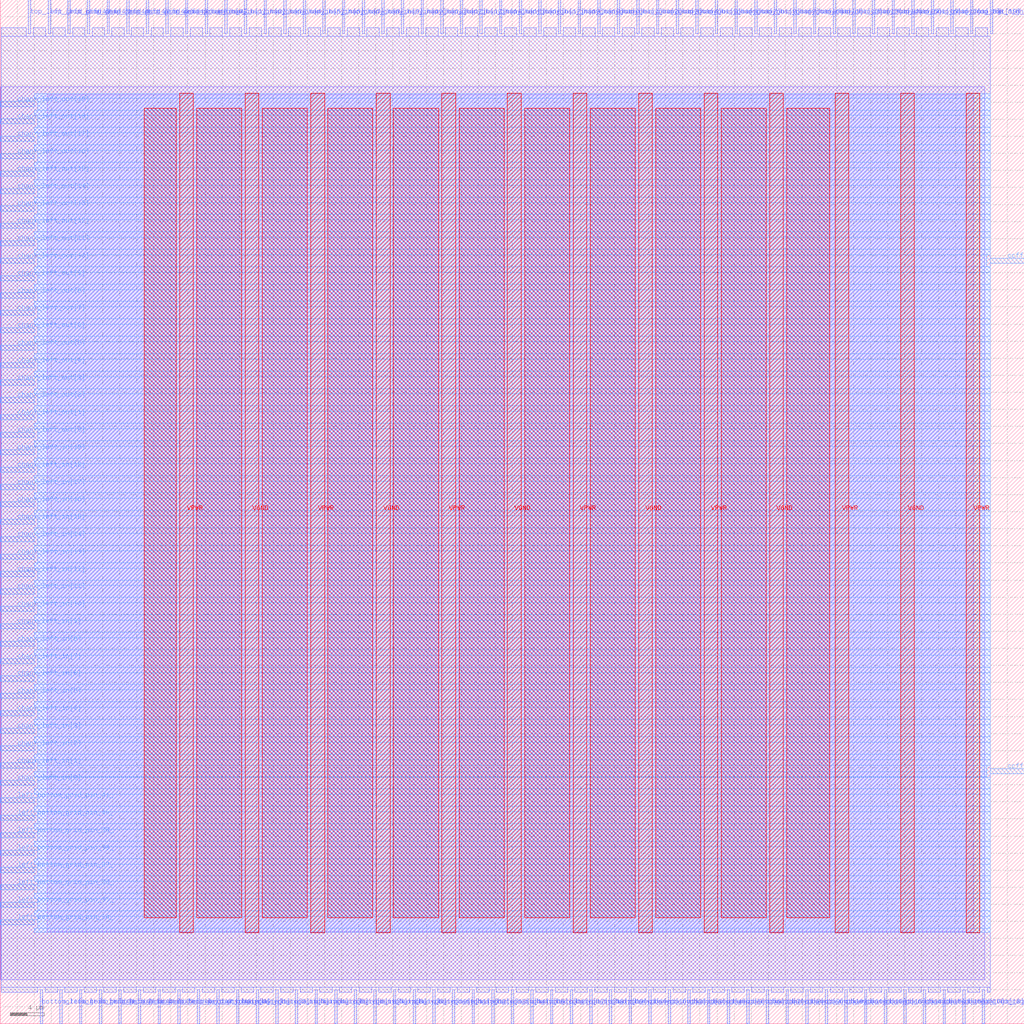
<source format=lef>
VERSION 5.7 ;
  NOWIREEXTENSIONATPIN ON ;
  DIVIDERCHAR "/" ;
  BUSBITCHARS "[]" ;
MACRO sb_2__1_
  CLASS BLOCK ;
  FOREIGN sb_2__1_ ;
  ORIGIN 0.000 0.000 ;
  SIZE 120.000 BY 120.000 ;
  PIN VGND
    DIRECTION INOUT ;
    USE GROUND ;
    PORT
      LAYER met4 ;
        RECT 28.720 10.640 30.320 109.040 ;
    END
    PORT
      LAYER met4 ;
        RECT 44.080 10.640 45.680 109.040 ;
    END
    PORT
      LAYER met4 ;
        RECT 59.440 10.640 61.040 109.040 ;
    END
    PORT
      LAYER met4 ;
        RECT 74.800 10.640 76.400 109.040 ;
    END
    PORT
      LAYER met4 ;
        RECT 90.160 10.640 91.760 109.040 ;
    END
    PORT
      LAYER met4 ;
        RECT 105.520 10.640 107.120 109.040 ;
    END
  END VGND
  PIN VPWR
    DIRECTION INOUT ;
    USE POWER ;
    PORT
      LAYER met4 ;
        RECT 21.040 10.640 22.640 109.040 ;
    END
    PORT
      LAYER met4 ;
        RECT 36.400 10.640 38.000 109.040 ;
    END
    PORT
      LAYER met4 ;
        RECT 51.760 10.640 53.360 109.040 ;
    END
    PORT
      LAYER met4 ;
        RECT 67.120 10.640 68.720 109.040 ;
    END
    PORT
      LAYER met4 ;
        RECT 82.480 10.640 84.080 109.040 ;
    END
    PORT
      LAYER met4 ;
        RECT 97.840 10.640 99.440 109.040 ;
    END
    PORT
      LAYER met4 ;
        RECT 113.200 10.640 114.800 109.040 ;
    END
  END VPWR
  PIN bottom_left_grid_pin_42_
    DIRECTION INPUT ;
    USE SIGNAL ;
    PORT
      LAYER met2 ;
        RECT 4.690 0.000 4.970 4.000 ;
    END
  END bottom_left_grid_pin_42_
  PIN bottom_left_grid_pin_43_
    DIRECTION INPUT ;
    USE SIGNAL ;
    PORT
      LAYER met2 ;
        RECT 6.990 0.000 7.270 4.000 ;
    END
  END bottom_left_grid_pin_43_
  PIN bottom_left_grid_pin_44_
    DIRECTION INPUT ;
    USE SIGNAL ;
    PORT
      LAYER met2 ;
        RECT 9.290 0.000 9.570 4.000 ;
    END
  END bottom_left_grid_pin_44_
  PIN bottom_left_grid_pin_45_
    DIRECTION INPUT ;
    USE SIGNAL ;
    PORT
      LAYER met2 ;
        RECT 11.590 0.000 11.870 4.000 ;
    END
  END bottom_left_grid_pin_45_
  PIN bottom_left_grid_pin_46_
    DIRECTION INPUT ;
    USE SIGNAL ;
    PORT
      LAYER met2 ;
        RECT 13.890 0.000 14.170 4.000 ;
    END
  END bottom_left_grid_pin_46_
  PIN bottom_left_grid_pin_47_
    DIRECTION INPUT ;
    USE SIGNAL ;
    PORT
      LAYER met2 ;
        RECT 16.190 0.000 16.470 4.000 ;
    END
  END bottom_left_grid_pin_47_
  PIN bottom_left_grid_pin_48_
    DIRECTION INPUT ;
    USE SIGNAL ;
    PORT
      LAYER met2 ;
        RECT 18.490 0.000 18.770 4.000 ;
    END
  END bottom_left_grid_pin_48_
  PIN bottom_left_grid_pin_49_
    DIRECTION INPUT ;
    USE SIGNAL ;
    PORT
      LAYER met2 ;
        RECT 20.790 0.000 21.070 4.000 ;
    END
  END bottom_left_grid_pin_49_
  PIN bottom_right_grid_pin_1_
    DIRECTION INPUT ;
    USE SIGNAL ;
    PORT
      LAYER met2 ;
        RECT 115.090 0.000 115.370 4.000 ;
    END
  END bottom_right_grid_pin_1_
  PIN ccff_head
    DIRECTION INPUT ;
    USE SIGNAL ;
    PORT
      LAYER met3 ;
        RECT 116.000 29.280 120.000 29.880 ;
    END
  END ccff_head
  PIN ccff_tail
    DIRECTION OUTPUT TRISTATE ;
    USE SIGNAL ;
    PORT
      LAYER met3 ;
        RECT 116.000 89.120 120.000 89.720 ;
    END
  END ccff_tail
  PIN chanx_left_in[0]
    DIRECTION INPUT ;
    USE SIGNAL ;
    PORT
      LAYER met3 ;
        RECT 0.000 27.920 4.000 28.520 ;
    END
  END chanx_left_in[0]
  PIN chanx_left_in[10]
    DIRECTION INPUT ;
    USE SIGNAL ;
    PORT
      LAYER met3 ;
        RECT 0.000 48.320 4.000 48.920 ;
    END
  END chanx_left_in[10]
  PIN chanx_left_in[11]
    DIRECTION INPUT ;
    USE SIGNAL ;
    PORT
      LAYER met3 ;
        RECT 0.000 50.360 4.000 50.960 ;
    END
  END chanx_left_in[11]
  PIN chanx_left_in[12]
    DIRECTION INPUT ;
    USE SIGNAL ;
    PORT
      LAYER met3 ;
        RECT 0.000 52.400 4.000 53.000 ;
    END
  END chanx_left_in[12]
  PIN chanx_left_in[13]
    DIRECTION INPUT ;
    USE SIGNAL ;
    PORT
      LAYER met3 ;
        RECT 0.000 54.440 4.000 55.040 ;
    END
  END chanx_left_in[13]
  PIN chanx_left_in[14]
    DIRECTION INPUT ;
    USE SIGNAL ;
    PORT
      LAYER met3 ;
        RECT 0.000 56.480 4.000 57.080 ;
    END
  END chanx_left_in[14]
  PIN chanx_left_in[15]
    DIRECTION INPUT ;
    USE SIGNAL ;
    PORT
      LAYER met3 ;
        RECT 0.000 58.520 4.000 59.120 ;
    END
  END chanx_left_in[15]
  PIN chanx_left_in[16]
    DIRECTION INPUT ;
    USE SIGNAL ;
    PORT
      LAYER met3 ;
        RECT 0.000 60.560 4.000 61.160 ;
    END
  END chanx_left_in[16]
  PIN chanx_left_in[17]
    DIRECTION INPUT ;
    USE SIGNAL ;
    PORT
      LAYER met3 ;
        RECT 0.000 62.600 4.000 63.200 ;
    END
  END chanx_left_in[17]
  PIN chanx_left_in[18]
    DIRECTION INPUT ;
    USE SIGNAL ;
    PORT
      LAYER met3 ;
        RECT 0.000 64.640 4.000 65.240 ;
    END
  END chanx_left_in[18]
  PIN chanx_left_in[19]
    DIRECTION INPUT ;
    USE SIGNAL ;
    PORT
      LAYER met3 ;
        RECT 0.000 66.680 4.000 67.280 ;
    END
  END chanx_left_in[19]
  PIN chanx_left_in[1]
    DIRECTION INPUT ;
    USE SIGNAL ;
    PORT
      LAYER met3 ;
        RECT 0.000 29.960 4.000 30.560 ;
    END
  END chanx_left_in[1]
  PIN chanx_left_in[2]
    DIRECTION INPUT ;
    USE SIGNAL ;
    PORT
      LAYER met3 ;
        RECT 0.000 32.000 4.000 32.600 ;
    END
  END chanx_left_in[2]
  PIN chanx_left_in[3]
    DIRECTION INPUT ;
    USE SIGNAL ;
    PORT
      LAYER met3 ;
        RECT 0.000 34.040 4.000 34.640 ;
    END
  END chanx_left_in[3]
  PIN chanx_left_in[4]
    DIRECTION INPUT ;
    USE SIGNAL ;
    PORT
      LAYER met3 ;
        RECT 0.000 36.080 4.000 36.680 ;
    END
  END chanx_left_in[4]
  PIN chanx_left_in[5]
    DIRECTION INPUT ;
    USE SIGNAL ;
    PORT
      LAYER met3 ;
        RECT 0.000 38.120 4.000 38.720 ;
    END
  END chanx_left_in[5]
  PIN chanx_left_in[6]
    DIRECTION INPUT ;
    USE SIGNAL ;
    PORT
      LAYER met3 ;
        RECT 0.000 40.160 4.000 40.760 ;
    END
  END chanx_left_in[6]
  PIN chanx_left_in[7]
    DIRECTION INPUT ;
    USE SIGNAL ;
    PORT
      LAYER met3 ;
        RECT 0.000 42.200 4.000 42.800 ;
    END
  END chanx_left_in[7]
  PIN chanx_left_in[8]
    DIRECTION INPUT ;
    USE SIGNAL ;
    PORT
      LAYER met3 ;
        RECT 0.000 44.240 4.000 44.840 ;
    END
  END chanx_left_in[8]
  PIN chanx_left_in[9]
    DIRECTION INPUT ;
    USE SIGNAL ;
    PORT
      LAYER met3 ;
        RECT 0.000 46.280 4.000 46.880 ;
    END
  END chanx_left_in[9]
  PIN chanx_left_out[0]
    DIRECTION OUTPUT TRISTATE ;
    USE SIGNAL ;
    PORT
      LAYER met3 ;
        RECT 0.000 68.720 4.000 69.320 ;
    END
  END chanx_left_out[0]
  PIN chanx_left_out[10]
    DIRECTION OUTPUT TRISTATE ;
    USE SIGNAL ;
    PORT
      LAYER met3 ;
        RECT 0.000 89.120 4.000 89.720 ;
    END
  END chanx_left_out[10]
  PIN chanx_left_out[11]
    DIRECTION OUTPUT TRISTATE ;
    USE SIGNAL ;
    PORT
      LAYER met3 ;
        RECT 0.000 91.160 4.000 91.760 ;
    END
  END chanx_left_out[11]
  PIN chanx_left_out[12]
    DIRECTION OUTPUT TRISTATE ;
    USE SIGNAL ;
    PORT
      LAYER met3 ;
        RECT 0.000 93.200 4.000 93.800 ;
    END
  END chanx_left_out[12]
  PIN chanx_left_out[13]
    DIRECTION OUTPUT TRISTATE ;
    USE SIGNAL ;
    PORT
      LAYER met3 ;
        RECT 0.000 95.240 4.000 95.840 ;
    END
  END chanx_left_out[13]
  PIN chanx_left_out[14]
    DIRECTION OUTPUT TRISTATE ;
    USE SIGNAL ;
    PORT
      LAYER met3 ;
        RECT 0.000 97.280 4.000 97.880 ;
    END
  END chanx_left_out[14]
  PIN chanx_left_out[15]
    DIRECTION OUTPUT TRISTATE ;
    USE SIGNAL ;
    PORT
      LAYER met3 ;
        RECT 0.000 99.320 4.000 99.920 ;
    END
  END chanx_left_out[15]
  PIN chanx_left_out[16]
    DIRECTION OUTPUT TRISTATE ;
    USE SIGNAL ;
    PORT
      LAYER met3 ;
        RECT 0.000 101.360 4.000 101.960 ;
    END
  END chanx_left_out[16]
  PIN chanx_left_out[17]
    DIRECTION OUTPUT TRISTATE ;
    USE SIGNAL ;
    PORT
      LAYER met3 ;
        RECT 0.000 103.400 4.000 104.000 ;
    END
  END chanx_left_out[17]
  PIN chanx_left_out[18]
    DIRECTION OUTPUT TRISTATE ;
    USE SIGNAL ;
    PORT
      LAYER met3 ;
        RECT 0.000 105.440 4.000 106.040 ;
    END
  END chanx_left_out[18]
  PIN chanx_left_out[19]
    DIRECTION OUTPUT TRISTATE ;
    USE SIGNAL ;
    PORT
      LAYER met3 ;
        RECT 0.000 107.480 4.000 108.080 ;
    END
  END chanx_left_out[19]
  PIN chanx_left_out[1]
    DIRECTION OUTPUT TRISTATE ;
    USE SIGNAL ;
    PORT
      LAYER met3 ;
        RECT 0.000 70.760 4.000 71.360 ;
    END
  END chanx_left_out[1]
  PIN chanx_left_out[2]
    DIRECTION OUTPUT TRISTATE ;
    USE SIGNAL ;
    PORT
      LAYER met3 ;
        RECT 0.000 72.800 4.000 73.400 ;
    END
  END chanx_left_out[2]
  PIN chanx_left_out[3]
    DIRECTION OUTPUT TRISTATE ;
    USE SIGNAL ;
    PORT
      LAYER met3 ;
        RECT 0.000 74.840 4.000 75.440 ;
    END
  END chanx_left_out[3]
  PIN chanx_left_out[4]
    DIRECTION OUTPUT TRISTATE ;
    USE SIGNAL ;
    PORT
      LAYER met3 ;
        RECT 0.000 76.880 4.000 77.480 ;
    END
  END chanx_left_out[4]
  PIN chanx_left_out[5]
    DIRECTION OUTPUT TRISTATE ;
    USE SIGNAL ;
    PORT
      LAYER met3 ;
        RECT 0.000 78.920 4.000 79.520 ;
    END
  END chanx_left_out[5]
  PIN chanx_left_out[6]
    DIRECTION OUTPUT TRISTATE ;
    USE SIGNAL ;
    PORT
      LAYER met3 ;
        RECT 0.000 80.960 4.000 81.560 ;
    END
  END chanx_left_out[6]
  PIN chanx_left_out[7]
    DIRECTION OUTPUT TRISTATE ;
    USE SIGNAL ;
    PORT
      LAYER met3 ;
        RECT 0.000 83.000 4.000 83.600 ;
    END
  END chanx_left_out[7]
  PIN chanx_left_out[8]
    DIRECTION OUTPUT TRISTATE ;
    USE SIGNAL ;
    PORT
      LAYER met3 ;
        RECT 0.000 85.040 4.000 85.640 ;
    END
  END chanx_left_out[8]
  PIN chanx_left_out[9]
    DIRECTION OUTPUT TRISTATE ;
    USE SIGNAL ;
    PORT
      LAYER met3 ;
        RECT 0.000 87.080 4.000 87.680 ;
    END
  END chanx_left_out[9]
  PIN chany_bottom_in[0]
    DIRECTION INPUT ;
    USE SIGNAL ;
    PORT
      LAYER met2 ;
        RECT 23.090 0.000 23.370 4.000 ;
    END
  END chany_bottom_in[0]
  PIN chany_bottom_in[10]
    DIRECTION INPUT ;
    USE SIGNAL ;
    PORT
      LAYER met2 ;
        RECT 46.090 0.000 46.370 4.000 ;
    END
  END chany_bottom_in[10]
  PIN chany_bottom_in[11]
    DIRECTION INPUT ;
    USE SIGNAL ;
    PORT
      LAYER met2 ;
        RECT 48.390 0.000 48.670 4.000 ;
    END
  END chany_bottom_in[11]
  PIN chany_bottom_in[12]
    DIRECTION INPUT ;
    USE SIGNAL ;
    PORT
      LAYER met2 ;
        RECT 50.690 0.000 50.970 4.000 ;
    END
  END chany_bottom_in[12]
  PIN chany_bottom_in[13]
    DIRECTION INPUT ;
    USE SIGNAL ;
    PORT
      LAYER met2 ;
        RECT 52.990 0.000 53.270 4.000 ;
    END
  END chany_bottom_in[13]
  PIN chany_bottom_in[14]
    DIRECTION INPUT ;
    USE SIGNAL ;
    PORT
      LAYER met2 ;
        RECT 55.290 0.000 55.570 4.000 ;
    END
  END chany_bottom_in[14]
  PIN chany_bottom_in[15]
    DIRECTION INPUT ;
    USE SIGNAL ;
    PORT
      LAYER met2 ;
        RECT 57.590 0.000 57.870 4.000 ;
    END
  END chany_bottom_in[15]
  PIN chany_bottom_in[16]
    DIRECTION INPUT ;
    USE SIGNAL ;
    PORT
      LAYER met2 ;
        RECT 59.890 0.000 60.170 4.000 ;
    END
  END chany_bottom_in[16]
  PIN chany_bottom_in[17]
    DIRECTION INPUT ;
    USE SIGNAL ;
    PORT
      LAYER met2 ;
        RECT 62.190 0.000 62.470 4.000 ;
    END
  END chany_bottom_in[17]
  PIN chany_bottom_in[18]
    DIRECTION INPUT ;
    USE SIGNAL ;
    PORT
      LAYER met2 ;
        RECT 64.490 0.000 64.770 4.000 ;
    END
  END chany_bottom_in[18]
  PIN chany_bottom_in[19]
    DIRECTION INPUT ;
    USE SIGNAL ;
    PORT
      LAYER met2 ;
        RECT 66.790 0.000 67.070 4.000 ;
    END
  END chany_bottom_in[19]
  PIN chany_bottom_in[1]
    DIRECTION INPUT ;
    USE SIGNAL ;
    PORT
      LAYER met2 ;
        RECT 25.390 0.000 25.670 4.000 ;
    END
  END chany_bottom_in[1]
  PIN chany_bottom_in[2]
    DIRECTION INPUT ;
    USE SIGNAL ;
    PORT
      LAYER met2 ;
        RECT 27.690 0.000 27.970 4.000 ;
    END
  END chany_bottom_in[2]
  PIN chany_bottom_in[3]
    DIRECTION INPUT ;
    USE SIGNAL ;
    PORT
      LAYER met2 ;
        RECT 29.990 0.000 30.270 4.000 ;
    END
  END chany_bottom_in[3]
  PIN chany_bottom_in[4]
    DIRECTION INPUT ;
    USE SIGNAL ;
    PORT
      LAYER met2 ;
        RECT 32.290 0.000 32.570 4.000 ;
    END
  END chany_bottom_in[4]
  PIN chany_bottom_in[5]
    DIRECTION INPUT ;
    USE SIGNAL ;
    PORT
      LAYER met2 ;
        RECT 34.590 0.000 34.870 4.000 ;
    END
  END chany_bottom_in[5]
  PIN chany_bottom_in[6]
    DIRECTION INPUT ;
    USE SIGNAL ;
    PORT
      LAYER met2 ;
        RECT 36.890 0.000 37.170 4.000 ;
    END
  END chany_bottom_in[6]
  PIN chany_bottom_in[7]
    DIRECTION INPUT ;
    USE SIGNAL ;
    PORT
      LAYER met2 ;
        RECT 39.190 0.000 39.470 4.000 ;
    END
  END chany_bottom_in[7]
  PIN chany_bottom_in[8]
    DIRECTION INPUT ;
    USE SIGNAL ;
    PORT
      LAYER met2 ;
        RECT 41.490 0.000 41.770 4.000 ;
    END
  END chany_bottom_in[8]
  PIN chany_bottom_in[9]
    DIRECTION INPUT ;
    USE SIGNAL ;
    PORT
      LAYER met2 ;
        RECT 43.790 0.000 44.070 4.000 ;
    END
  END chany_bottom_in[9]
  PIN chany_bottom_out[0]
    DIRECTION OUTPUT TRISTATE ;
    USE SIGNAL ;
    PORT
      LAYER met2 ;
        RECT 69.090 0.000 69.370 4.000 ;
    END
  END chany_bottom_out[0]
  PIN chany_bottom_out[10]
    DIRECTION OUTPUT TRISTATE ;
    USE SIGNAL ;
    PORT
      LAYER met2 ;
        RECT 92.090 0.000 92.370 4.000 ;
    END
  END chany_bottom_out[10]
  PIN chany_bottom_out[11]
    DIRECTION OUTPUT TRISTATE ;
    USE SIGNAL ;
    PORT
      LAYER met2 ;
        RECT 94.390 0.000 94.670 4.000 ;
    END
  END chany_bottom_out[11]
  PIN chany_bottom_out[12]
    DIRECTION OUTPUT TRISTATE ;
    USE SIGNAL ;
    PORT
      LAYER met2 ;
        RECT 96.690 0.000 96.970 4.000 ;
    END
  END chany_bottom_out[12]
  PIN chany_bottom_out[13]
    DIRECTION OUTPUT TRISTATE ;
    USE SIGNAL ;
    PORT
      LAYER met2 ;
        RECT 98.990 0.000 99.270 4.000 ;
    END
  END chany_bottom_out[13]
  PIN chany_bottom_out[14]
    DIRECTION OUTPUT TRISTATE ;
    USE SIGNAL ;
    PORT
      LAYER met2 ;
        RECT 101.290 0.000 101.570 4.000 ;
    END
  END chany_bottom_out[14]
  PIN chany_bottom_out[15]
    DIRECTION OUTPUT TRISTATE ;
    USE SIGNAL ;
    PORT
      LAYER met2 ;
        RECT 103.590 0.000 103.870 4.000 ;
    END
  END chany_bottom_out[15]
  PIN chany_bottom_out[16]
    DIRECTION OUTPUT TRISTATE ;
    USE SIGNAL ;
    PORT
      LAYER met2 ;
        RECT 105.890 0.000 106.170 4.000 ;
    END
  END chany_bottom_out[16]
  PIN chany_bottom_out[17]
    DIRECTION OUTPUT TRISTATE ;
    USE SIGNAL ;
    PORT
      LAYER met2 ;
        RECT 108.190 0.000 108.470 4.000 ;
    END
  END chany_bottom_out[17]
  PIN chany_bottom_out[18]
    DIRECTION OUTPUT TRISTATE ;
    USE SIGNAL ;
    PORT
      LAYER met2 ;
        RECT 110.490 0.000 110.770 4.000 ;
    END
  END chany_bottom_out[18]
  PIN chany_bottom_out[19]
    DIRECTION OUTPUT TRISTATE ;
    USE SIGNAL ;
    PORT
      LAYER met2 ;
        RECT 112.790 0.000 113.070 4.000 ;
    END
  END chany_bottom_out[19]
  PIN chany_bottom_out[1]
    DIRECTION OUTPUT TRISTATE ;
    USE SIGNAL ;
    PORT
      LAYER met2 ;
        RECT 71.390 0.000 71.670 4.000 ;
    END
  END chany_bottom_out[1]
  PIN chany_bottom_out[2]
    DIRECTION OUTPUT TRISTATE ;
    USE SIGNAL ;
    PORT
      LAYER met2 ;
        RECT 73.690 0.000 73.970 4.000 ;
    END
  END chany_bottom_out[2]
  PIN chany_bottom_out[3]
    DIRECTION OUTPUT TRISTATE ;
    USE SIGNAL ;
    PORT
      LAYER met2 ;
        RECT 75.990 0.000 76.270 4.000 ;
    END
  END chany_bottom_out[3]
  PIN chany_bottom_out[4]
    DIRECTION OUTPUT TRISTATE ;
    USE SIGNAL ;
    PORT
      LAYER met2 ;
        RECT 78.290 0.000 78.570 4.000 ;
    END
  END chany_bottom_out[4]
  PIN chany_bottom_out[5]
    DIRECTION OUTPUT TRISTATE ;
    USE SIGNAL ;
    PORT
      LAYER met2 ;
        RECT 80.590 0.000 80.870 4.000 ;
    END
  END chany_bottom_out[5]
  PIN chany_bottom_out[6]
    DIRECTION OUTPUT TRISTATE ;
    USE SIGNAL ;
    PORT
      LAYER met2 ;
        RECT 82.890 0.000 83.170 4.000 ;
    END
  END chany_bottom_out[6]
  PIN chany_bottom_out[7]
    DIRECTION OUTPUT TRISTATE ;
    USE SIGNAL ;
    PORT
      LAYER met2 ;
        RECT 85.190 0.000 85.470 4.000 ;
    END
  END chany_bottom_out[7]
  PIN chany_bottom_out[8]
    DIRECTION OUTPUT TRISTATE ;
    USE SIGNAL ;
    PORT
      LAYER met2 ;
        RECT 87.490 0.000 87.770 4.000 ;
    END
  END chany_bottom_out[8]
  PIN chany_bottom_out[9]
    DIRECTION OUTPUT TRISTATE ;
    USE SIGNAL ;
    PORT
      LAYER met2 ;
        RECT 89.790 0.000 90.070 4.000 ;
    END
  END chany_bottom_out[9]
  PIN chany_top_in[0]
    DIRECTION INPUT ;
    USE SIGNAL ;
    PORT
      LAYER met2 ;
        RECT 21.710 116.000 21.990 120.000 ;
    END
  END chany_top_in[0]
  PIN chany_top_in[10]
    DIRECTION INPUT ;
    USE SIGNAL ;
    PORT
      LAYER met2 ;
        RECT 44.710 116.000 44.990 120.000 ;
    END
  END chany_top_in[10]
  PIN chany_top_in[11]
    DIRECTION INPUT ;
    USE SIGNAL ;
    PORT
      LAYER met2 ;
        RECT 47.010 116.000 47.290 120.000 ;
    END
  END chany_top_in[11]
  PIN chany_top_in[12]
    DIRECTION INPUT ;
    USE SIGNAL ;
    PORT
      LAYER met2 ;
        RECT 49.310 116.000 49.590 120.000 ;
    END
  END chany_top_in[12]
  PIN chany_top_in[13]
    DIRECTION INPUT ;
    USE SIGNAL ;
    PORT
      LAYER met2 ;
        RECT 51.610 116.000 51.890 120.000 ;
    END
  END chany_top_in[13]
  PIN chany_top_in[14]
    DIRECTION INPUT ;
    USE SIGNAL ;
    PORT
      LAYER met2 ;
        RECT 53.910 116.000 54.190 120.000 ;
    END
  END chany_top_in[14]
  PIN chany_top_in[15]
    DIRECTION INPUT ;
    USE SIGNAL ;
    PORT
      LAYER met2 ;
        RECT 56.210 116.000 56.490 120.000 ;
    END
  END chany_top_in[15]
  PIN chany_top_in[16]
    DIRECTION INPUT ;
    USE SIGNAL ;
    PORT
      LAYER met2 ;
        RECT 58.510 116.000 58.790 120.000 ;
    END
  END chany_top_in[16]
  PIN chany_top_in[17]
    DIRECTION INPUT ;
    USE SIGNAL ;
    PORT
      LAYER met2 ;
        RECT 60.810 116.000 61.090 120.000 ;
    END
  END chany_top_in[17]
  PIN chany_top_in[18]
    DIRECTION INPUT ;
    USE SIGNAL ;
    PORT
      LAYER met2 ;
        RECT 63.110 116.000 63.390 120.000 ;
    END
  END chany_top_in[18]
  PIN chany_top_in[19]
    DIRECTION INPUT ;
    USE SIGNAL ;
    PORT
      LAYER met2 ;
        RECT 65.410 116.000 65.690 120.000 ;
    END
  END chany_top_in[19]
  PIN chany_top_in[1]
    DIRECTION INPUT ;
    USE SIGNAL ;
    PORT
      LAYER met2 ;
        RECT 24.010 116.000 24.290 120.000 ;
    END
  END chany_top_in[1]
  PIN chany_top_in[2]
    DIRECTION INPUT ;
    USE SIGNAL ;
    PORT
      LAYER met2 ;
        RECT 26.310 116.000 26.590 120.000 ;
    END
  END chany_top_in[2]
  PIN chany_top_in[3]
    DIRECTION INPUT ;
    USE SIGNAL ;
    PORT
      LAYER met2 ;
        RECT 28.610 116.000 28.890 120.000 ;
    END
  END chany_top_in[3]
  PIN chany_top_in[4]
    DIRECTION INPUT ;
    USE SIGNAL ;
    PORT
      LAYER met2 ;
        RECT 30.910 116.000 31.190 120.000 ;
    END
  END chany_top_in[4]
  PIN chany_top_in[5]
    DIRECTION INPUT ;
    USE SIGNAL ;
    PORT
      LAYER met2 ;
        RECT 33.210 116.000 33.490 120.000 ;
    END
  END chany_top_in[5]
  PIN chany_top_in[6]
    DIRECTION INPUT ;
    USE SIGNAL ;
    PORT
      LAYER met2 ;
        RECT 35.510 116.000 35.790 120.000 ;
    END
  END chany_top_in[6]
  PIN chany_top_in[7]
    DIRECTION INPUT ;
    USE SIGNAL ;
    PORT
      LAYER met2 ;
        RECT 37.810 116.000 38.090 120.000 ;
    END
  END chany_top_in[7]
  PIN chany_top_in[8]
    DIRECTION INPUT ;
    USE SIGNAL ;
    PORT
      LAYER met2 ;
        RECT 40.110 116.000 40.390 120.000 ;
    END
  END chany_top_in[8]
  PIN chany_top_in[9]
    DIRECTION INPUT ;
    USE SIGNAL ;
    PORT
      LAYER met2 ;
        RECT 42.410 116.000 42.690 120.000 ;
    END
  END chany_top_in[9]
  PIN chany_top_out[0]
    DIRECTION OUTPUT TRISTATE ;
    USE SIGNAL ;
    PORT
      LAYER met2 ;
        RECT 67.710 116.000 67.990 120.000 ;
    END
  END chany_top_out[0]
  PIN chany_top_out[10]
    DIRECTION OUTPUT TRISTATE ;
    USE SIGNAL ;
    PORT
      LAYER met2 ;
        RECT 90.710 116.000 90.990 120.000 ;
    END
  END chany_top_out[10]
  PIN chany_top_out[11]
    DIRECTION OUTPUT TRISTATE ;
    USE SIGNAL ;
    PORT
      LAYER met2 ;
        RECT 93.010 116.000 93.290 120.000 ;
    END
  END chany_top_out[11]
  PIN chany_top_out[12]
    DIRECTION OUTPUT TRISTATE ;
    USE SIGNAL ;
    PORT
      LAYER met2 ;
        RECT 95.310 116.000 95.590 120.000 ;
    END
  END chany_top_out[12]
  PIN chany_top_out[13]
    DIRECTION OUTPUT TRISTATE ;
    USE SIGNAL ;
    PORT
      LAYER met2 ;
        RECT 97.610 116.000 97.890 120.000 ;
    END
  END chany_top_out[13]
  PIN chany_top_out[14]
    DIRECTION OUTPUT TRISTATE ;
    USE SIGNAL ;
    PORT
      LAYER met2 ;
        RECT 99.910 116.000 100.190 120.000 ;
    END
  END chany_top_out[14]
  PIN chany_top_out[15]
    DIRECTION OUTPUT TRISTATE ;
    USE SIGNAL ;
    PORT
      LAYER met2 ;
        RECT 102.210 116.000 102.490 120.000 ;
    END
  END chany_top_out[15]
  PIN chany_top_out[16]
    DIRECTION OUTPUT TRISTATE ;
    USE SIGNAL ;
    PORT
      LAYER met2 ;
        RECT 104.510 116.000 104.790 120.000 ;
    END
  END chany_top_out[16]
  PIN chany_top_out[17]
    DIRECTION OUTPUT TRISTATE ;
    USE SIGNAL ;
    PORT
      LAYER met2 ;
        RECT 106.810 116.000 107.090 120.000 ;
    END
  END chany_top_out[17]
  PIN chany_top_out[18]
    DIRECTION OUTPUT TRISTATE ;
    USE SIGNAL ;
    PORT
      LAYER met2 ;
        RECT 109.110 116.000 109.390 120.000 ;
    END
  END chany_top_out[18]
  PIN chany_top_out[19]
    DIRECTION OUTPUT TRISTATE ;
    USE SIGNAL ;
    PORT
      LAYER met2 ;
        RECT 111.410 116.000 111.690 120.000 ;
    END
  END chany_top_out[19]
  PIN chany_top_out[1]
    DIRECTION OUTPUT TRISTATE ;
    USE SIGNAL ;
    PORT
      LAYER met2 ;
        RECT 70.010 116.000 70.290 120.000 ;
    END
  END chany_top_out[1]
  PIN chany_top_out[2]
    DIRECTION OUTPUT TRISTATE ;
    USE SIGNAL ;
    PORT
      LAYER met2 ;
        RECT 72.310 116.000 72.590 120.000 ;
    END
  END chany_top_out[2]
  PIN chany_top_out[3]
    DIRECTION OUTPUT TRISTATE ;
    USE SIGNAL ;
    PORT
      LAYER met2 ;
        RECT 74.610 116.000 74.890 120.000 ;
    END
  END chany_top_out[3]
  PIN chany_top_out[4]
    DIRECTION OUTPUT TRISTATE ;
    USE SIGNAL ;
    PORT
      LAYER met2 ;
        RECT 76.910 116.000 77.190 120.000 ;
    END
  END chany_top_out[4]
  PIN chany_top_out[5]
    DIRECTION OUTPUT TRISTATE ;
    USE SIGNAL ;
    PORT
      LAYER met2 ;
        RECT 79.210 116.000 79.490 120.000 ;
    END
  END chany_top_out[5]
  PIN chany_top_out[6]
    DIRECTION OUTPUT TRISTATE ;
    USE SIGNAL ;
    PORT
      LAYER met2 ;
        RECT 81.510 116.000 81.790 120.000 ;
    END
  END chany_top_out[6]
  PIN chany_top_out[7]
    DIRECTION OUTPUT TRISTATE ;
    USE SIGNAL ;
    PORT
      LAYER met2 ;
        RECT 83.810 116.000 84.090 120.000 ;
    END
  END chany_top_out[7]
  PIN chany_top_out[8]
    DIRECTION OUTPUT TRISTATE ;
    USE SIGNAL ;
    PORT
      LAYER met2 ;
        RECT 86.110 116.000 86.390 120.000 ;
    END
  END chany_top_out[8]
  PIN chany_top_out[9]
    DIRECTION OUTPUT TRISTATE ;
    USE SIGNAL ;
    PORT
      LAYER met2 ;
        RECT 88.410 116.000 88.690 120.000 ;
    END
  END chany_top_out[9]
  PIN left_bottom_grid_pin_34_
    DIRECTION INPUT ;
    USE SIGNAL ;
    PORT
      LAYER met3 ;
        RECT 0.000 11.600 4.000 12.200 ;
    END
  END left_bottom_grid_pin_34_
  PIN left_bottom_grid_pin_35_
    DIRECTION INPUT ;
    USE SIGNAL ;
    PORT
      LAYER met3 ;
        RECT 0.000 13.640 4.000 14.240 ;
    END
  END left_bottom_grid_pin_35_
  PIN left_bottom_grid_pin_36_
    DIRECTION INPUT ;
    USE SIGNAL ;
    PORT
      LAYER met3 ;
        RECT 0.000 15.680 4.000 16.280 ;
    END
  END left_bottom_grid_pin_36_
  PIN left_bottom_grid_pin_37_
    DIRECTION INPUT ;
    USE SIGNAL ;
    PORT
      LAYER met3 ;
        RECT 0.000 17.720 4.000 18.320 ;
    END
  END left_bottom_grid_pin_37_
  PIN left_bottom_grid_pin_38_
    DIRECTION INPUT ;
    USE SIGNAL ;
    PORT
      LAYER met3 ;
        RECT 0.000 19.760 4.000 20.360 ;
    END
  END left_bottom_grid_pin_38_
  PIN left_bottom_grid_pin_39_
    DIRECTION INPUT ;
    USE SIGNAL ;
    PORT
      LAYER met3 ;
        RECT 0.000 21.800 4.000 22.400 ;
    END
  END left_bottom_grid_pin_39_
  PIN left_bottom_grid_pin_40_
    DIRECTION INPUT ;
    USE SIGNAL ;
    PORT
      LAYER met3 ;
        RECT 0.000 23.840 4.000 24.440 ;
    END
  END left_bottom_grid_pin_40_
  PIN left_bottom_grid_pin_41_
    DIRECTION INPUT ;
    USE SIGNAL ;
    PORT
      LAYER met3 ;
        RECT 0.000 25.880 4.000 26.480 ;
    END
  END left_bottom_grid_pin_41_
  PIN prog_clk_0_N_in
    DIRECTION INPUT ;
    USE SIGNAL ;
    PORT
      LAYER met2 ;
        RECT 113.710 116.000 113.990 120.000 ;
    END
  END prog_clk_0_N_in
  PIN top_left_grid_pin_42_
    DIRECTION INPUT ;
    USE SIGNAL ;
    PORT
      LAYER met2 ;
        RECT 3.310 116.000 3.590 120.000 ;
    END
  END top_left_grid_pin_42_
  PIN top_left_grid_pin_43_
    DIRECTION INPUT ;
    USE SIGNAL ;
    PORT
      LAYER met2 ;
        RECT 5.610 116.000 5.890 120.000 ;
    END
  END top_left_grid_pin_43_
  PIN top_left_grid_pin_44_
    DIRECTION INPUT ;
    USE SIGNAL ;
    PORT
      LAYER met2 ;
        RECT 7.910 116.000 8.190 120.000 ;
    END
  END top_left_grid_pin_44_
  PIN top_left_grid_pin_45_
    DIRECTION INPUT ;
    USE SIGNAL ;
    PORT
      LAYER met2 ;
        RECT 10.210 116.000 10.490 120.000 ;
    END
  END top_left_grid_pin_45_
  PIN top_left_grid_pin_46_
    DIRECTION INPUT ;
    USE SIGNAL ;
    PORT
      LAYER met2 ;
        RECT 12.510 116.000 12.790 120.000 ;
    END
  END top_left_grid_pin_46_
  PIN top_left_grid_pin_47_
    DIRECTION INPUT ;
    USE SIGNAL ;
    PORT
      LAYER met2 ;
        RECT 14.810 116.000 15.090 120.000 ;
    END
  END top_left_grid_pin_47_
  PIN top_left_grid_pin_48_
    DIRECTION INPUT ;
    USE SIGNAL ;
    PORT
      LAYER met2 ;
        RECT 17.110 116.000 17.390 120.000 ;
    END
  END top_left_grid_pin_48_
  PIN top_left_grid_pin_49_
    DIRECTION INPUT ;
    USE SIGNAL ;
    PORT
      LAYER met2 ;
        RECT 19.410 116.000 19.690 120.000 ;
    END
  END top_left_grid_pin_49_
  PIN top_right_grid_pin_1_
    DIRECTION INPUT ;
    USE SIGNAL ;
    PORT
      LAYER met2 ;
        RECT 116.010 116.000 116.290 120.000 ;
    END
  END top_right_grid_pin_1_
  OBS
      LAYER li1 ;
        RECT 5.520 10.795 114.080 108.885 ;
      LAYER met1 ;
        RECT 0.070 5.140 115.390 109.780 ;
      LAYER met2 ;
        RECT 0.100 115.720 3.030 116.690 ;
        RECT 3.870 115.720 5.330 116.690 ;
        RECT 6.170 115.720 7.630 116.690 ;
        RECT 8.470 115.720 9.930 116.690 ;
        RECT 10.770 115.720 12.230 116.690 ;
        RECT 13.070 115.720 14.530 116.690 ;
        RECT 15.370 115.720 16.830 116.690 ;
        RECT 17.670 115.720 19.130 116.690 ;
        RECT 19.970 115.720 21.430 116.690 ;
        RECT 22.270 115.720 23.730 116.690 ;
        RECT 24.570 115.720 26.030 116.690 ;
        RECT 26.870 115.720 28.330 116.690 ;
        RECT 29.170 115.720 30.630 116.690 ;
        RECT 31.470 115.720 32.930 116.690 ;
        RECT 33.770 115.720 35.230 116.690 ;
        RECT 36.070 115.720 37.530 116.690 ;
        RECT 38.370 115.720 39.830 116.690 ;
        RECT 40.670 115.720 42.130 116.690 ;
        RECT 42.970 115.720 44.430 116.690 ;
        RECT 45.270 115.720 46.730 116.690 ;
        RECT 47.570 115.720 49.030 116.690 ;
        RECT 49.870 115.720 51.330 116.690 ;
        RECT 52.170 115.720 53.630 116.690 ;
        RECT 54.470 115.720 55.930 116.690 ;
        RECT 56.770 115.720 58.230 116.690 ;
        RECT 59.070 115.720 60.530 116.690 ;
        RECT 61.370 115.720 62.830 116.690 ;
        RECT 63.670 115.720 65.130 116.690 ;
        RECT 65.970 115.720 67.430 116.690 ;
        RECT 68.270 115.720 69.730 116.690 ;
        RECT 70.570 115.720 72.030 116.690 ;
        RECT 72.870 115.720 74.330 116.690 ;
        RECT 75.170 115.720 76.630 116.690 ;
        RECT 77.470 115.720 78.930 116.690 ;
        RECT 79.770 115.720 81.230 116.690 ;
        RECT 82.070 115.720 83.530 116.690 ;
        RECT 84.370 115.720 85.830 116.690 ;
        RECT 86.670 115.720 88.130 116.690 ;
        RECT 88.970 115.720 90.430 116.690 ;
        RECT 91.270 115.720 92.730 116.690 ;
        RECT 93.570 115.720 95.030 116.690 ;
        RECT 95.870 115.720 97.330 116.690 ;
        RECT 98.170 115.720 99.630 116.690 ;
        RECT 100.470 115.720 101.930 116.690 ;
        RECT 102.770 115.720 104.230 116.690 ;
        RECT 105.070 115.720 106.530 116.690 ;
        RECT 107.370 115.720 108.830 116.690 ;
        RECT 109.670 115.720 111.130 116.690 ;
        RECT 111.970 115.720 113.430 116.690 ;
        RECT 114.270 115.720 115.730 116.690 ;
        RECT 0.100 4.280 116.010 115.720 ;
        RECT 0.100 3.670 4.410 4.280 ;
        RECT 5.250 3.670 6.710 4.280 ;
        RECT 7.550 3.670 9.010 4.280 ;
        RECT 9.850 3.670 11.310 4.280 ;
        RECT 12.150 3.670 13.610 4.280 ;
        RECT 14.450 3.670 15.910 4.280 ;
        RECT 16.750 3.670 18.210 4.280 ;
        RECT 19.050 3.670 20.510 4.280 ;
        RECT 21.350 3.670 22.810 4.280 ;
        RECT 23.650 3.670 25.110 4.280 ;
        RECT 25.950 3.670 27.410 4.280 ;
        RECT 28.250 3.670 29.710 4.280 ;
        RECT 30.550 3.670 32.010 4.280 ;
        RECT 32.850 3.670 34.310 4.280 ;
        RECT 35.150 3.670 36.610 4.280 ;
        RECT 37.450 3.670 38.910 4.280 ;
        RECT 39.750 3.670 41.210 4.280 ;
        RECT 42.050 3.670 43.510 4.280 ;
        RECT 44.350 3.670 45.810 4.280 ;
        RECT 46.650 3.670 48.110 4.280 ;
        RECT 48.950 3.670 50.410 4.280 ;
        RECT 51.250 3.670 52.710 4.280 ;
        RECT 53.550 3.670 55.010 4.280 ;
        RECT 55.850 3.670 57.310 4.280 ;
        RECT 58.150 3.670 59.610 4.280 ;
        RECT 60.450 3.670 61.910 4.280 ;
        RECT 62.750 3.670 64.210 4.280 ;
        RECT 65.050 3.670 66.510 4.280 ;
        RECT 67.350 3.670 68.810 4.280 ;
        RECT 69.650 3.670 71.110 4.280 ;
        RECT 71.950 3.670 73.410 4.280 ;
        RECT 74.250 3.670 75.710 4.280 ;
        RECT 76.550 3.670 78.010 4.280 ;
        RECT 78.850 3.670 80.310 4.280 ;
        RECT 81.150 3.670 82.610 4.280 ;
        RECT 83.450 3.670 84.910 4.280 ;
        RECT 85.750 3.670 87.210 4.280 ;
        RECT 88.050 3.670 89.510 4.280 ;
        RECT 90.350 3.670 91.810 4.280 ;
        RECT 92.650 3.670 94.110 4.280 ;
        RECT 94.950 3.670 96.410 4.280 ;
        RECT 97.250 3.670 98.710 4.280 ;
        RECT 99.550 3.670 101.010 4.280 ;
        RECT 101.850 3.670 103.310 4.280 ;
        RECT 104.150 3.670 105.610 4.280 ;
        RECT 106.450 3.670 107.910 4.280 ;
        RECT 108.750 3.670 110.210 4.280 ;
        RECT 111.050 3.670 112.510 4.280 ;
        RECT 113.350 3.670 114.810 4.280 ;
        RECT 115.650 3.670 116.010 4.280 ;
      LAYER met3 ;
        RECT 4.000 108.480 116.000 108.965 ;
        RECT 4.400 107.080 116.000 108.480 ;
        RECT 4.000 106.440 116.000 107.080 ;
        RECT 4.400 105.040 116.000 106.440 ;
        RECT 4.000 104.400 116.000 105.040 ;
        RECT 4.400 103.000 116.000 104.400 ;
        RECT 4.000 102.360 116.000 103.000 ;
        RECT 4.400 100.960 116.000 102.360 ;
        RECT 4.000 100.320 116.000 100.960 ;
        RECT 4.400 98.920 116.000 100.320 ;
        RECT 4.000 98.280 116.000 98.920 ;
        RECT 4.400 96.880 116.000 98.280 ;
        RECT 4.000 96.240 116.000 96.880 ;
        RECT 4.400 94.840 116.000 96.240 ;
        RECT 4.000 94.200 116.000 94.840 ;
        RECT 4.400 92.800 116.000 94.200 ;
        RECT 4.000 92.160 116.000 92.800 ;
        RECT 4.400 90.760 116.000 92.160 ;
        RECT 4.000 90.120 116.000 90.760 ;
        RECT 4.400 88.720 115.600 90.120 ;
        RECT 4.000 88.080 116.000 88.720 ;
        RECT 4.400 86.680 116.000 88.080 ;
        RECT 4.000 86.040 116.000 86.680 ;
        RECT 4.400 84.640 116.000 86.040 ;
        RECT 4.000 84.000 116.000 84.640 ;
        RECT 4.400 82.600 116.000 84.000 ;
        RECT 4.000 81.960 116.000 82.600 ;
        RECT 4.400 80.560 116.000 81.960 ;
        RECT 4.000 79.920 116.000 80.560 ;
        RECT 4.400 78.520 116.000 79.920 ;
        RECT 4.000 77.880 116.000 78.520 ;
        RECT 4.400 76.480 116.000 77.880 ;
        RECT 4.000 75.840 116.000 76.480 ;
        RECT 4.400 74.440 116.000 75.840 ;
        RECT 4.000 73.800 116.000 74.440 ;
        RECT 4.400 72.400 116.000 73.800 ;
        RECT 4.000 71.760 116.000 72.400 ;
        RECT 4.400 70.360 116.000 71.760 ;
        RECT 4.000 69.720 116.000 70.360 ;
        RECT 4.400 68.320 116.000 69.720 ;
        RECT 4.000 67.680 116.000 68.320 ;
        RECT 4.400 66.280 116.000 67.680 ;
        RECT 4.000 65.640 116.000 66.280 ;
        RECT 4.400 64.240 116.000 65.640 ;
        RECT 4.000 63.600 116.000 64.240 ;
        RECT 4.400 62.200 116.000 63.600 ;
        RECT 4.000 61.560 116.000 62.200 ;
        RECT 4.400 60.160 116.000 61.560 ;
        RECT 4.000 59.520 116.000 60.160 ;
        RECT 4.400 58.120 116.000 59.520 ;
        RECT 4.000 57.480 116.000 58.120 ;
        RECT 4.400 56.080 116.000 57.480 ;
        RECT 4.000 55.440 116.000 56.080 ;
        RECT 4.400 54.040 116.000 55.440 ;
        RECT 4.000 53.400 116.000 54.040 ;
        RECT 4.400 52.000 116.000 53.400 ;
        RECT 4.000 51.360 116.000 52.000 ;
        RECT 4.400 49.960 116.000 51.360 ;
        RECT 4.000 49.320 116.000 49.960 ;
        RECT 4.400 47.920 116.000 49.320 ;
        RECT 4.000 47.280 116.000 47.920 ;
        RECT 4.400 45.880 116.000 47.280 ;
        RECT 4.000 45.240 116.000 45.880 ;
        RECT 4.400 43.840 116.000 45.240 ;
        RECT 4.000 43.200 116.000 43.840 ;
        RECT 4.400 41.800 116.000 43.200 ;
        RECT 4.000 41.160 116.000 41.800 ;
        RECT 4.400 39.760 116.000 41.160 ;
        RECT 4.000 39.120 116.000 39.760 ;
        RECT 4.400 37.720 116.000 39.120 ;
        RECT 4.000 37.080 116.000 37.720 ;
        RECT 4.400 35.680 116.000 37.080 ;
        RECT 4.000 35.040 116.000 35.680 ;
        RECT 4.400 33.640 116.000 35.040 ;
        RECT 4.000 33.000 116.000 33.640 ;
        RECT 4.400 31.600 116.000 33.000 ;
        RECT 4.000 30.960 116.000 31.600 ;
        RECT 4.400 30.280 116.000 30.960 ;
        RECT 4.400 29.560 115.600 30.280 ;
        RECT 4.000 28.920 115.600 29.560 ;
        RECT 4.400 28.880 115.600 28.920 ;
        RECT 4.400 27.520 116.000 28.880 ;
        RECT 4.000 26.880 116.000 27.520 ;
        RECT 4.400 25.480 116.000 26.880 ;
        RECT 4.000 24.840 116.000 25.480 ;
        RECT 4.400 23.440 116.000 24.840 ;
        RECT 4.000 22.800 116.000 23.440 ;
        RECT 4.400 21.400 116.000 22.800 ;
        RECT 4.000 20.760 116.000 21.400 ;
        RECT 4.400 19.360 116.000 20.760 ;
        RECT 4.000 18.720 116.000 19.360 ;
        RECT 4.400 17.320 116.000 18.720 ;
        RECT 4.000 16.680 116.000 17.320 ;
        RECT 4.400 15.280 116.000 16.680 ;
        RECT 4.000 14.640 116.000 15.280 ;
        RECT 4.400 13.240 116.000 14.640 ;
        RECT 4.000 12.600 116.000 13.240 ;
        RECT 4.400 11.200 116.000 12.600 ;
        RECT 4.000 10.715 116.000 11.200 ;
      LAYER met4 ;
        RECT 16.855 12.415 20.640 107.265 ;
        RECT 23.040 12.415 28.320 107.265 ;
        RECT 30.720 12.415 36.000 107.265 ;
        RECT 38.400 12.415 43.680 107.265 ;
        RECT 46.080 12.415 51.360 107.265 ;
        RECT 53.760 12.415 59.040 107.265 ;
        RECT 61.440 12.415 66.720 107.265 ;
        RECT 69.120 12.415 74.400 107.265 ;
        RECT 76.800 12.415 82.080 107.265 ;
        RECT 84.480 12.415 89.760 107.265 ;
        RECT 92.160 12.415 97.225 107.265 ;
  END
END sb_2__1_
END LIBRARY


</source>
